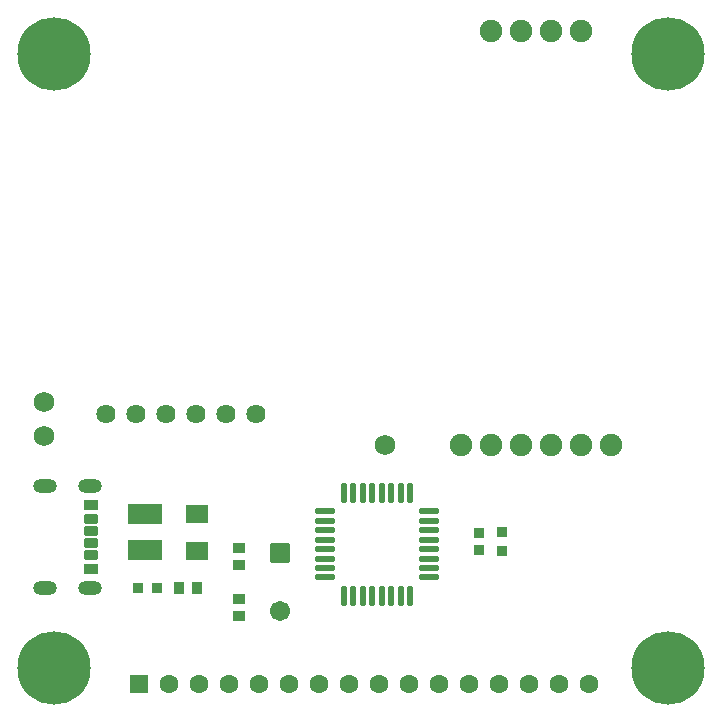
<source format=gts>
G04 Layer: TopSolderMaskLayer*
G04 EasyEDA v6.5.42, 2024-06-29 11:35:46*
G04 3b8aa43405674a7c8d552062a6d3ea0b,8e72fd04a6c14d66a7e837eb9aaabff2,10*
G04 Gerber Generator version 0.2*
G04 Scale: 100 percent, Rotated: No, Reflected: No *
G04 Dimensions in millimeters *
G04 leading zeros omitted , absolute positions ,4 integer and 5 decimal *
%FSLAX45Y45*%
%MOMM*%

%AMMACRO1*1,1,$1,$2,$3*1,1,$1,$4,$5*1,1,$1,0-$2,0-$3*1,1,$1,0-$4,0-$5*20,1,$1,$2,$3,$4,$5,0*20,1,$1,$4,$5,0-$2,0-$3,0*20,1,$1,0-$2,0-$3,0-$4,0-$5,0*20,1,$1,0-$4,0-$5,$2,$3,0*4,1,4,$2,$3,$4,$5,0-$2,0-$3,0-$4,0-$5,$2,$3,0*%
%ADD10C,1.7272*%
%ADD11MACRO1,0.2032X0.75X0.75X0.75X-0.75*%
%ADD12C,1.7032*%
%ADD13MACRO1,0.1016X0.4032X0.432X0.4032X-0.432*%
%ADD14MACRO1,0.1016X-0.4032X0.432X-0.4032X-0.432*%
%ADD15R,0.9656X0.9081*%
%ADD16MACRO1,0.1016X-0.4X0.4X0.4X0.4*%
%ADD17R,0.9016X0.9016*%
%ADD18C,1.6256*%
%ADD19C,1.9032*%
%ADD20MACRO1,0.1016X-0.864X0.7425X0.864X0.7425*%
%ADD21MACRO1,0.1016X-0.864X-0.7425X0.864X-0.7425*%
%ADD22MACRO1,0.1016X-0.7499X0.7499X0.7499X0.7499*%
%ADD23C,1.6015*%
%ADD24MACRO1,0.1016X-1.35X0.8175X1.35X0.8175*%
%ADD25MACRO1,0.1016X-1.35X-0.8175X1.35X-0.8175*%
%ADD26MACRO1,0.1016X0.5X0.4X0.5X-0.4*%
%ADD27MACRO1,0.1016X0.5X0.35X0.5X-0.35*%
%ADD28O,2.0015962000000003X1.2015978000000003*%
%ADD29R,1.0016X0.9016*%
%ADD30MACRO1,0.1016X0.45X0.4X0.45X-0.4*%
%ADD31O,0.5516118X1.7516094000000002*%
%ADD32O,1.7516094000000002X0.5516118*%
%ADD33C,6.2032*%

%LPD*%
D10*
G01*
X3200400Y2286000D03*
D11*
G01*
X2311398Y1374138D03*
D12*
G01*
X2311400Y886460D03*
D13*
G01*
X1461375Y1079500D03*
D14*
G01*
X1612024Y1079500D03*
D15*
G01*
X4000500Y1548536D03*
G01*
X4000500Y1397863D03*
D16*
G01*
X4191010Y1393256D03*
G01*
X4190994Y1553156D03*
D17*
G01*
X1273733Y1079500D03*
G01*
X1113840Y1079500D03*
D10*
G01*
X317500Y2362200D03*
G01*
X317500Y2654300D03*
D18*
G01*
X838200Y2552700D03*
G01*
X1092200Y2552700D03*
G01*
X1346200Y2552700D03*
G01*
X1600200Y2552700D03*
G01*
X1854200Y2552700D03*
G01*
X2108200Y2552700D03*
D19*
G01*
X3848100Y2286000D03*
G01*
X4102100Y2286000D03*
G01*
X4356100Y2286000D03*
G01*
X4610100Y2286000D03*
G01*
X4864100Y2286000D03*
G01*
X5118100Y2286000D03*
G01*
X4102100Y5791200D03*
G01*
X4356100Y5791200D03*
G01*
X4610100Y5791200D03*
G01*
X4864100Y5791200D03*
D20*
G01*
X1612900Y1390149D03*
D21*
G01*
X1612900Y1708650D03*
D22*
G01*
X1125296Y266700D03*
D23*
G01*
X1379296Y266700D03*
G01*
X1633296Y266700D03*
G01*
X1887296Y266700D03*
G01*
X2141296Y266700D03*
G01*
X2395296Y266700D03*
G01*
X2649296Y266700D03*
G01*
X2903296Y266700D03*
G01*
X3157296Y266700D03*
G01*
X3411296Y266700D03*
G01*
X3665296Y266700D03*
G01*
X3919296Y266700D03*
G01*
X4173296Y266700D03*
G01*
X4427296Y266700D03*
G01*
X4681296Y266700D03*
G01*
X4935296Y266700D03*
D24*
G01*
X1168400Y1397650D03*
D25*
G01*
X1168400Y1701149D03*
D26*
G01*
X716953Y1781289D03*
D27*
G01*
X716953Y1661298D03*
G01*
X716953Y1561298D03*
G01*
X716953Y1461298D03*
G01*
X716953Y1361299D03*
D26*
G01*
X716953Y1241310D03*
D28*
G01*
X324459Y1079296D03*
G01*
X324459Y1943277D03*
G01*
X704469Y1079296D03*
G01*
X704469Y1943277D03*
D29*
G01*
X1968500Y984402D03*
G01*
X1968500Y844397D03*
D30*
G01*
X1968500Y1276200D03*
G01*
X1968500Y1416199D03*
D31*
G01*
X2856890Y1885950D03*
G01*
X2936900Y1885950D03*
G01*
X3016910Y1885950D03*
G01*
X3096895Y1885950D03*
G01*
X3176904Y1885950D03*
G01*
X3256889Y1885950D03*
G01*
X3336899Y1885950D03*
G01*
X3416909Y1885950D03*
D32*
G01*
X3573779Y1727809D03*
G01*
X3573779Y1647799D03*
G01*
X3573779Y1567789D03*
G01*
X3573779Y1487804D03*
G01*
X3573779Y1407795D03*
G01*
X3573779Y1327810D03*
G01*
X3573779Y1247800D03*
G01*
X3573779Y1167790D03*
D31*
G01*
X3416909Y1009650D03*
G01*
X3336899Y1009650D03*
G01*
X3256889Y1009650D03*
G01*
X3176904Y1009650D03*
G01*
X3096895Y1009650D03*
G01*
X3016910Y1009650D03*
G01*
X2936900Y1009650D03*
G01*
X2856890Y1009650D03*
D32*
G01*
X2700020Y1167790D03*
G01*
X2700020Y1247800D03*
G01*
X2700020Y1327810D03*
G01*
X2700020Y1407795D03*
G01*
X2700020Y1487804D03*
G01*
X2700020Y1567789D03*
G01*
X2700020Y1647799D03*
G01*
X2700020Y1727809D03*
D33*
G01*
X399999Y5599988D03*
G01*
X399999Y399999D03*
G01*
X5599988Y399999D03*
G01*
X5599988Y5599988D03*
M02*

</source>
